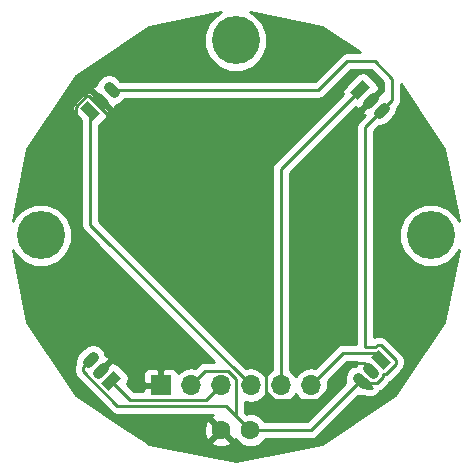
<source format=gbl>
G04 #@! TF.FileFunction,Copper,L2,Bot,Signal*
%FSLAX46Y46*%
G04 Gerber Fmt 4.6, Leading zero omitted, Abs format (unit mm)*
G04 Created by KiCad (PCBNEW 4.0.6-e0-6349~53~ubuntu14.04.1) date Wed May 31 16:50:28 2017*
%MOMM*%
%LPD*%
G01*
G04 APERTURE LIST*
%ADD10C,0.100000*%
%ADD11C,0.900000*%
%ADD12C,1.600000*%
%ADD13C,4.064000*%
%ADD14R,1.700000X1.700000*%
%ADD15O,1.700000X1.700000*%
%ADD16C,0.254000*%
G04 APERTURE END LIST*
D10*
D11*
X66252132Y-81492132D02*
X65827868Y-81067868D01*
X67150157Y-80594107D02*
X66725893Y-80169843D01*
D10*
G36*
X64929842Y-81329498D02*
X65990502Y-82390158D01*
X65354106Y-83026554D01*
X64293446Y-81965894D01*
X64929842Y-81329498D01*
X64929842Y-81329498D01*
G37*
D11*
X66252132Y-103927868D02*
X65827868Y-104352132D01*
X65354107Y-103029843D02*
X64929843Y-103454107D01*
D10*
G36*
X66089498Y-105250158D02*
X67150158Y-104189498D01*
X67786554Y-104825894D01*
X66725894Y-105886554D01*
X66089498Y-105250158D01*
X66089498Y-105250158D01*
G37*
D12*
X76200000Y-109220000D03*
X78700000Y-109220000D03*
D11*
X88687868Y-103927868D02*
X89112132Y-104352132D01*
X87789843Y-104825893D02*
X88214107Y-105250157D01*
D10*
G36*
X90010158Y-104090502D02*
X88949498Y-103029842D01*
X89585894Y-102393446D01*
X90646554Y-103454106D01*
X90010158Y-104090502D01*
X90010158Y-104090502D01*
G37*
D11*
X88687868Y-81492132D02*
X89112132Y-81067868D01*
X89585893Y-82390157D02*
X90010157Y-81965893D01*
D10*
G36*
X88850502Y-80169842D02*
X87789842Y-81230502D01*
X87153446Y-80594106D01*
X88214106Y-79533446D01*
X88850502Y-80169842D01*
X88850502Y-80169842D01*
G37*
D13*
X60960000Y-92710000D03*
X93980000Y-92710000D03*
X77470000Y-76200000D03*
D14*
X71120000Y-105410000D03*
D15*
X73660000Y-105410000D03*
X76200000Y-105410000D03*
X78740000Y-105410000D03*
X81280000Y-105410000D03*
X83820000Y-105410000D03*
D16*
X87512922Y-103538960D02*
X88298960Y-103538960D01*
X84410881Y-106641001D02*
X87512922Y-103538960D01*
X88298960Y-103538960D02*
X88900000Y-104140000D01*
X71120000Y-105410000D02*
X71120000Y-104306000D01*
X65087664Y-80948488D02*
X80048999Y-95909823D01*
X71120000Y-104306000D02*
X63912436Y-97098436D01*
X63912436Y-97098436D02*
X63912436Y-81808072D01*
X63912436Y-81808072D02*
X64772020Y-80948488D01*
X64772020Y-80948488D02*
X65087664Y-80948488D01*
X80048999Y-95909823D02*
X80048999Y-106000881D01*
X80048999Y-106000881D02*
X80689119Y-106641001D01*
X80689119Y-106641001D02*
X84410881Y-106641001D01*
X88766202Y-105181430D02*
X88428476Y-104843704D01*
X89798025Y-82178025D02*
X88428476Y-83547574D01*
X88428476Y-83547574D02*
X88428476Y-102132924D01*
X91027564Y-103611928D02*
X90167980Y-104471512D01*
X89428072Y-102012436D02*
X89743716Y-102012436D01*
X88428476Y-102132924D02*
X89307584Y-102132924D01*
X89743716Y-102012436D02*
X91027564Y-103296284D01*
X89307584Y-102132924D02*
X89428072Y-102012436D01*
X91027564Y-103296284D02*
X91027564Y-103611928D01*
X90167980Y-104471512D02*
X89941430Y-104471512D01*
X89941430Y-104471512D02*
X89941430Y-104698062D01*
X88428476Y-105067114D02*
X89000427Y-105639065D01*
X89941430Y-104698062D02*
X89458062Y-105181430D01*
X89458062Y-105181430D02*
X88766202Y-105181430D01*
X88428476Y-104843704D02*
X88428476Y-105067114D01*
X89000427Y-105639065D02*
X88603015Y-105639065D01*
X88603015Y-105639065D02*
X88001975Y-105038025D01*
X66938025Y-80381975D02*
X84461195Y-80381975D01*
X84461195Y-80381975D02*
X86880982Y-77962188D01*
X86880982Y-77962188D02*
X89235865Y-77962188D01*
X89235865Y-77962188D02*
X90716076Y-79442399D01*
X90716076Y-79442399D02*
X90716076Y-81259974D01*
X90716076Y-81259974D02*
X89798025Y-82178025D01*
X78700000Y-109220000D02*
X76629011Y-107149011D01*
X76629011Y-107149011D02*
X67449519Y-107149011D01*
X67449519Y-107149011D02*
X64540935Y-104240427D01*
X64540935Y-104240427D02*
X64540935Y-103843015D01*
X64540935Y-103843015D02*
X65141975Y-103241975D01*
X78700000Y-109220000D02*
X83820000Y-109220000D01*
X83820000Y-109220000D02*
X88001975Y-105038025D01*
X77900001Y-108420001D02*
X78700000Y-109220000D01*
X73660000Y-105410000D02*
X74891001Y-104178999D01*
X74891001Y-104178999D02*
X76790565Y-104178999D01*
X76790565Y-104178999D02*
X77508999Y-104897433D01*
X77508999Y-104897433D02*
X77508999Y-108028999D01*
X77508999Y-108028999D02*
X77900001Y-108420001D01*
X75350001Y-106259999D02*
X76200000Y-105410000D01*
X74968999Y-106641001D02*
X75350001Y-106259999D01*
X66938026Y-105038026D02*
X68541001Y-106641001D01*
X68541001Y-106641001D02*
X74968999Y-106641001D01*
X65141974Y-82178026D02*
X65141974Y-91811974D01*
X65141974Y-91811974D02*
X78740000Y-105410000D01*
X81280000Y-87103948D02*
X81280000Y-105410000D01*
X88001974Y-80381974D02*
X81280000Y-87103948D01*
X88001974Y-80381974D02*
X88145378Y-80238570D01*
X84669999Y-104560001D02*
X83820000Y-105410000D01*
X86589066Y-102640934D02*
X84669999Y-104560001D01*
X89798026Y-103241974D02*
X89196986Y-102640934D01*
X89196986Y-102640934D02*
X86589066Y-102640934D01*
G36*
X84789982Y-75038001D02*
X88025924Y-77200188D01*
X86880982Y-77200188D01*
X86589378Y-77258191D01*
X86342167Y-77423372D01*
X84145565Y-79619975D01*
X67710447Y-79619975D01*
X67473917Y-79383445D01*
X67121917Y-79148247D01*
X66706706Y-79065656D01*
X66291495Y-79148247D01*
X65939495Y-79383445D01*
X65704297Y-79735445D01*
X65651724Y-79999744D01*
X65297250Y-80121470D01*
X65268899Y-80329294D01*
X66040000Y-81100395D01*
X66054143Y-81086253D01*
X66233748Y-81265858D01*
X66219605Y-81280000D01*
X66990706Y-82051101D01*
X67198530Y-82022750D01*
X67320256Y-81668276D01*
X67584555Y-81615703D01*
X67936555Y-81380505D01*
X68094599Y-81143975D01*
X84461195Y-81143975D01*
X84752800Y-81085971D01*
X85000010Y-80920790D01*
X85000011Y-80920789D01*
X87196613Y-78724188D01*
X88920235Y-78724188D01*
X89954076Y-79758030D01*
X89954076Y-80523001D01*
X89850706Y-80508899D01*
X89079605Y-81280000D01*
X89093748Y-81294143D01*
X88914143Y-81473748D01*
X88900000Y-81459605D01*
X88128899Y-82230706D01*
X88157250Y-82438530D01*
X88382529Y-82515891D01*
X87889661Y-83008759D01*
X87724480Y-83255969D01*
X87666476Y-83547574D01*
X87666476Y-101878934D01*
X86589066Y-101878934D01*
X86297462Y-101936937D01*
X86050251Y-102102118D01*
X84184049Y-103968321D01*
X83820000Y-103895907D01*
X83251715Y-104008946D01*
X82769946Y-104330853D01*
X82550000Y-104660026D01*
X82330054Y-104330853D01*
X82042000Y-104138382D01*
X82042000Y-87419578D01*
X87618851Y-81842728D01*
X87684544Y-81856978D01*
X87741470Y-82022750D01*
X87949294Y-82051101D01*
X88720395Y-81280000D01*
X88706253Y-81265858D01*
X88885858Y-81086253D01*
X88900000Y-81100395D01*
X89671101Y-80329294D01*
X89642750Y-80121470D01*
X89476343Y-80064326D01*
X89450356Y-79926215D01*
X89308311Y-79712033D01*
X88671915Y-79075637D01*
X88474212Y-78940552D01*
X88223050Y-78886068D01*
X87970479Y-78933592D01*
X87756297Y-79075637D01*
X86695637Y-80136297D01*
X86560552Y-80334000D01*
X86506068Y-80585162D01*
X86540130Y-80766187D01*
X80741185Y-86565133D01*
X80576004Y-86812343D01*
X80518000Y-87103948D01*
X80518000Y-104138382D01*
X80229946Y-104330853D01*
X80010000Y-104660026D01*
X79790054Y-104330853D01*
X79308285Y-104008946D01*
X78740000Y-103895907D01*
X78375952Y-103968321D01*
X65903974Y-91496344D01*
X65903974Y-83392304D01*
X66448311Y-82847967D01*
X66583396Y-82650264D01*
X66616978Y-82495456D01*
X66782750Y-82438530D01*
X66811101Y-82230706D01*
X66040000Y-81459605D01*
X66025858Y-81473748D01*
X65846253Y-81294143D01*
X65860395Y-81280000D01*
X65089294Y-80508899D01*
X64881470Y-80537250D01*
X64824326Y-80703657D01*
X64686215Y-80729644D01*
X64472033Y-80871689D01*
X63835637Y-81508085D01*
X63700552Y-81705788D01*
X63646068Y-81956950D01*
X63693592Y-82209521D01*
X63835637Y-82423703D01*
X64379974Y-82968040D01*
X64379974Y-91811974D01*
X64437978Y-92103579D01*
X64603159Y-92350789D01*
X75669368Y-103416999D01*
X74891001Y-103416999D01*
X74607988Y-103473294D01*
X74599396Y-103475003D01*
X74352185Y-103640184D01*
X74024048Y-103968321D01*
X73660000Y-103895907D01*
X73091715Y-104008946D01*
X72609946Y-104330853D01*
X72580597Y-104374777D01*
X72508327Y-104200302D01*
X72329699Y-104021673D01*
X72096310Y-103925000D01*
X71405750Y-103925000D01*
X71247000Y-104083750D01*
X71247000Y-105283000D01*
X71267000Y-105283000D01*
X71267000Y-105537000D01*
X71247000Y-105537000D01*
X71247000Y-105557000D01*
X70993000Y-105557000D01*
X70993000Y-105537000D01*
X69793750Y-105537000D01*
X69635000Y-105695750D01*
X69635000Y-105879001D01*
X68856631Y-105879001D01*
X68251251Y-105273621D01*
X68379448Y-105086000D01*
X68433932Y-104834838D01*
X68386408Y-104582267D01*
X68287873Y-104433691D01*
X69635000Y-104433691D01*
X69635000Y-105124250D01*
X69793750Y-105283000D01*
X70993000Y-105283000D01*
X70993000Y-104083750D01*
X70834250Y-103925000D01*
X70143690Y-103925000D01*
X69910301Y-104021673D01*
X69731673Y-104200302D01*
X69635000Y-104433691D01*
X68287873Y-104433691D01*
X68244363Y-104368085D01*
X67607967Y-103731689D01*
X67410264Y-103596604D01*
X67255456Y-103563022D01*
X67198530Y-103397250D01*
X66990706Y-103368899D01*
X66219605Y-104140000D01*
X66233748Y-104154143D01*
X66054143Y-104333748D01*
X66040000Y-104319605D01*
X66025858Y-104333748D01*
X65846253Y-104154143D01*
X65860395Y-104140000D01*
X65846253Y-104125858D01*
X66025858Y-103946253D01*
X66040000Y-103960395D01*
X66811101Y-103189294D01*
X66782750Y-102981470D01*
X66428276Y-102859744D01*
X66375703Y-102595445D01*
X66140505Y-102243445D01*
X65788505Y-102008247D01*
X65373294Y-101925656D01*
X64958083Y-102008247D01*
X64606083Y-102243445D01*
X64143445Y-102706083D01*
X63908247Y-103058083D01*
X63825656Y-103473294D01*
X63840218Y-103546502D01*
X63836939Y-103551410D01*
X63778935Y-103843015D01*
X63778935Y-104240427D01*
X63836939Y-104532032D01*
X63938078Y-104683396D01*
X64002120Y-104779242D01*
X66910704Y-107687826D01*
X67157914Y-107853007D01*
X67449519Y-107911011D01*
X75579078Y-107911011D01*
X75445995Y-107966136D01*
X75371861Y-108212255D01*
X76200000Y-109040395D01*
X76214142Y-109026252D01*
X76393748Y-109205858D01*
X76379605Y-109220000D01*
X77207745Y-110048139D01*
X77453864Y-109974005D01*
X77456196Y-109967517D01*
X77482757Y-110031800D01*
X77886077Y-110435824D01*
X78413309Y-110654750D01*
X78984187Y-110655248D01*
X79511800Y-110437243D01*
X79915824Y-110033923D01*
X79937384Y-109982000D01*
X83820000Y-109982000D01*
X84111605Y-109923996D01*
X84358815Y-109758815D01*
X87841266Y-106276364D01*
X88233294Y-106354344D01*
X88306502Y-106339782D01*
X88311410Y-106343061D01*
X88603015Y-106401065D01*
X89000427Y-106401065D01*
X89292032Y-106343061D01*
X89539242Y-106177880D01*
X89704423Y-105930670D01*
X89711929Y-105892932D01*
X89749667Y-105885426D01*
X89996877Y-105720245D01*
X90480246Y-105236877D01*
X90570990Y-105101070D01*
X90706795Y-105010327D01*
X91566379Y-104150744D01*
X91731560Y-103903533D01*
X91755975Y-103780789D01*
X91789564Y-103611928D01*
X91789564Y-103296284D01*
X91731560Y-103004679D01*
X91695272Y-102950370D01*
X91566379Y-102757468D01*
X90282531Y-101473621D01*
X90215643Y-101428928D01*
X90035321Y-101308440D01*
X89743716Y-101250436D01*
X89428072Y-101250436D01*
X89190476Y-101297697D01*
X89190476Y-83863204D01*
X89560559Y-83493121D01*
X89566706Y-83494344D01*
X89981917Y-83411753D01*
X90333917Y-83176555D01*
X90796555Y-82713917D01*
X91031753Y-82361917D01*
X91114344Y-81946706D01*
X91113121Y-81940559D01*
X91254891Y-81798789D01*
X91420072Y-81551579D01*
X91424067Y-81531495D01*
X91478076Y-81259974D01*
X91478076Y-79906569D01*
X95141999Y-85390018D01*
X96349565Y-91460862D01*
X96242291Y-91201239D01*
X95492707Y-90450345D01*
X94512827Y-90043464D01*
X93451828Y-90042538D01*
X92471239Y-90447709D01*
X91720345Y-91197293D01*
X91313464Y-92177173D01*
X91312538Y-93238172D01*
X91717709Y-94218761D01*
X92467293Y-94969655D01*
X93447173Y-95376536D01*
X94508172Y-95377462D01*
X95488761Y-94972291D01*
X96239655Y-94222707D01*
X96349994Y-93956980D01*
X95141999Y-100029982D01*
X90995563Y-106235563D01*
X84789982Y-110381999D01*
X77470000Y-111838034D01*
X70150018Y-110381999D01*
X69919161Y-110227745D01*
X75371861Y-110227745D01*
X75445995Y-110473864D01*
X75983223Y-110666965D01*
X76553454Y-110639778D01*
X76954005Y-110473864D01*
X77028139Y-110227745D01*
X76200000Y-109399605D01*
X75371861Y-110227745D01*
X69919161Y-110227745D01*
X68086534Y-109003223D01*
X74753035Y-109003223D01*
X74780222Y-109573454D01*
X74946136Y-109974005D01*
X75192255Y-110048139D01*
X76020395Y-109220000D01*
X75192255Y-108391861D01*
X74946136Y-108465995D01*
X74753035Y-109003223D01*
X68086534Y-109003223D01*
X63944437Y-106235563D01*
X59798001Y-100029982D01*
X58590435Y-93959138D01*
X58697709Y-94218761D01*
X59447293Y-94969655D01*
X60427173Y-95376536D01*
X61488172Y-95377462D01*
X62468761Y-94972291D01*
X63219655Y-94222707D01*
X63626536Y-93242827D01*
X63627462Y-92181828D01*
X63222291Y-91201239D01*
X62472707Y-90450345D01*
X61492827Y-90043464D01*
X60431828Y-90042538D01*
X59451239Y-90447709D01*
X58700345Y-91197293D01*
X58590006Y-91463020D01*
X59798001Y-85390018D01*
X63944437Y-79184437D01*
X70150018Y-75038001D01*
X76220862Y-73830435D01*
X75961239Y-73937709D01*
X75210345Y-74687293D01*
X74803464Y-75667173D01*
X74802538Y-76728172D01*
X75207709Y-77708761D01*
X75957293Y-78459655D01*
X76937173Y-78866536D01*
X77998172Y-78867462D01*
X78978761Y-78462291D01*
X79729655Y-77712707D01*
X80136536Y-76732827D01*
X80137462Y-75671828D01*
X79732291Y-74691239D01*
X78982707Y-73940345D01*
X78716980Y-73830006D01*
X84789982Y-75038001D01*
X84789982Y-75038001D01*
G37*
X84789982Y-75038001D02*
X88025924Y-77200188D01*
X86880982Y-77200188D01*
X86589378Y-77258191D01*
X86342167Y-77423372D01*
X84145565Y-79619975D01*
X67710447Y-79619975D01*
X67473917Y-79383445D01*
X67121917Y-79148247D01*
X66706706Y-79065656D01*
X66291495Y-79148247D01*
X65939495Y-79383445D01*
X65704297Y-79735445D01*
X65651724Y-79999744D01*
X65297250Y-80121470D01*
X65268899Y-80329294D01*
X66040000Y-81100395D01*
X66054143Y-81086253D01*
X66233748Y-81265858D01*
X66219605Y-81280000D01*
X66990706Y-82051101D01*
X67198530Y-82022750D01*
X67320256Y-81668276D01*
X67584555Y-81615703D01*
X67936555Y-81380505D01*
X68094599Y-81143975D01*
X84461195Y-81143975D01*
X84752800Y-81085971D01*
X85000010Y-80920790D01*
X85000011Y-80920789D01*
X87196613Y-78724188D01*
X88920235Y-78724188D01*
X89954076Y-79758030D01*
X89954076Y-80523001D01*
X89850706Y-80508899D01*
X89079605Y-81280000D01*
X89093748Y-81294143D01*
X88914143Y-81473748D01*
X88900000Y-81459605D01*
X88128899Y-82230706D01*
X88157250Y-82438530D01*
X88382529Y-82515891D01*
X87889661Y-83008759D01*
X87724480Y-83255969D01*
X87666476Y-83547574D01*
X87666476Y-101878934D01*
X86589066Y-101878934D01*
X86297462Y-101936937D01*
X86050251Y-102102118D01*
X84184049Y-103968321D01*
X83820000Y-103895907D01*
X83251715Y-104008946D01*
X82769946Y-104330853D01*
X82550000Y-104660026D01*
X82330054Y-104330853D01*
X82042000Y-104138382D01*
X82042000Y-87419578D01*
X87618851Y-81842728D01*
X87684544Y-81856978D01*
X87741470Y-82022750D01*
X87949294Y-82051101D01*
X88720395Y-81280000D01*
X88706253Y-81265858D01*
X88885858Y-81086253D01*
X88900000Y-81100395D01*
X89671101Y-80329294D01*
X89642750Y-80121470D01*
X89476343Y-80064326D01*
X89450356Y-79926215D01*
X89308311Y-79712033D01*
X88671915Y-79075637D01*
X88474212Y-78940552D01*
X88223050Y-78886068D01*
X87970479Y-78933592D01*
X87756297Y-79075637D01*
X86695637Y-80136297D01*
X86560552Y-80334000D01*
X86506068Y-80585162D01*
X86540130Y-80766187D01*
X80741185Y-86565133D01*
X80576004Y-86812343D01*
X80518000Y-87103948D01*
X80518000Y-104138382D01*
X80229946Y-104330853D01*
X80010000Y-104660026D01*
X79790054Y-104330853D01*
X79308285Y-104008946D01*
X78740000Y-103895907D01*
X78375952Y-103968321D01*
X65903974Y-91496344D01*
X65903974Y-83392304D01*
X66448311Y-82847967D01*
X66583396Y-82650264D01*
X66616978Y-82495456D01*
X66782750Y-82438530D01*
X66811101Y-82230706D01*
X66040000Y-81459605D01*
X66025858Y-81473748D01*
X65846253Y-81294143D01*
X65860395Y-81280000D01*
X65089294Y-80508899D01*
X64881470Y-80537250D01*
X64824326Y-80703657D01*
X64686215Y-80729644D01*
X64472033Y-80871689D01*
X63835637Y-81508085D01*
X63700552Y-81705788D01*
X63646068Y-81956950D01*
X63693592Y-82209521D01*
X63835637Y-82423703D01*
X64379974Y-82968040D01*
X64379974Y-91811974D01*
X64437978Y-92103579D01*
X64603159Y-92350789D01*
X75669368Y-103416999D01*
X74891001Y-103416999D01*
X74607988Y-103473294D01*
X74599396Y-103475003D01*
X74352185Y-103640184D01*
X74024048Y-103968321D01*
X73660000Y-103895907D01*
X73091715Y-104008946D01*
X72609946Y-104330853D01*
X72580597Y-104374777D01*
X72508327Y-104200302D01*
X72329699Y-104021673D01*
X72096310Y-103925000D01*
X71405750Y-103925000D01*
X71247000Y-104083750D01*
X71247000Y-105283000D01*
X71267000Y-105283000D01*
X71267000Y-105537000D01*
X71247000Y-105537000D01*
X71247000Y-105557000D01*
X70993000Y-105557000D01*
X70993000Y-105537000D01*
X69793750Y-105537000D01*
X69635000Y-105695750D01*
X69635000Y-105879001D01*
X68856631Y-105879001D01*
X68251251Y-105273621D01*
X68379448Y-105086000D01*
X68433932Y-104834838D01*
X68386408Y-104582267D01*
X68287873Y-104433691D01*
X69635000Y-104433691D01*
X69635000Y-105124250D01*
X69793750Y-105283000D01*
X70993000Y-105283000D01*
X70993000Y-104083750D01*
X70834250Y-103925000D01*
X70143690Y-103925000D01*
X69910301Y-104021673D01*
X69731673Y-104200302D01*
X69635000Y-104433691D01*
X68287873Y-104433691D01*
X68244363Y-104368085D01*
X67607967Y-103731689D01*
X67410264Y-103596604D01*
X67255456Y-103563022D01*
X67198530Y-103397250D01*
X66990706Y-103368899D01*
X66219605Y-104140000D01*
X66233748Y-104154143D01*
X66054143Y-104333748D01*
X66040000Y-104319605D01*
X66025858Y-104333748D01*
X65846253Y-104154143D01*
X65860395Y-104140000D01*
X65846253Y-104125858D01*
X66025858Y-103946253D01*
X66040000Y-103960395D01*
X66811101Y-103189294D01*
X66782750Y-102981470D01*
X66428276Y-102859744D01*
X66375703Y-102595445D01*
X66140505Y-102243445D01*
X65788505Y-102008247D01*
X65373294Y-101925656D01*
X64958083Y-102008247D01*
X64606083Y-102243445D01*
X64143445Y-102706083D01*
X63908247Y-103058083D01*
X63825656Y-103473294D01*
X63840218Y-103546502D01*
X63836939Y-103551410D01*
X63778935Y-103843015D01*
X63778935Y-104240427D01*
X63836939Y-104532032D01*
X63938078Y-104683396D01*
X64002120Y-104779242D01*
X66910704Y-107687826D01*
X67157914Y-107853007D01*
X67449519Y-107911011D01*
X75579078Y-107911011D01*
X75445995Y-107966136D01*
X75371861Y-108212255D01*
X76200000Y-109040395D01*
X76214142Y-109026252D01*
X76393748Y-109205858D01*
X76379605Y-109220000D01*
X77207745Y-110048139D01*
X77453864Y-109974005D01*
X77456196Y-109967517D01*
X77482757Y-110031800D01*
X77886077Y-110435824D01*
X78413309Y-110654750D01*
X78984187Y-110655248D01*
X79511800Y-110437243D01*
X79915824Y-110033923D01*
X79937384Y-109982000D01*
X83820000Y-109982000D01*
X84111605Y-109923996D01*
X84358815Y-109758815D01*
X87841266Y-106276364D01*
X88233294Y-106354344D01*
X88306502Y-106339782D01*
X88311410Y-106343061D01*
X88603015Y-106401065D01*
X89000427Y-106401065D01*
X89292032Y-106343061D01*
X89539242Y-106177880D01*
X89704423Y-105930670D01*
X89711929Y-105892932D01*
X89749667Y-105885426D01*
X89996877Y-105720245D01*
X90480246Y-105236877D01*
X90570990Y-105101070D01*
X90706795Y-105010327D01*
X91566379Y-104150744D01*
X91731560Y-103903533D01*
X91755975Y-103780789D01*
X91789564Y-103611928D01*
X91789564Y-103296284D01*
X91731560Y-103004679D01*
X91695272Y-102950370D01*
X91566379Y-102757468D01*
X90282531Y-101473621D01*
X90215643Y-101428928D01*
X90035321Y-101308440D01*
X89743716Y-101250436D01*
X89428072Y-101250436D01*
X89190476Y-101297697D01*
X89190476Y-83863204D01*
X89560559Y-83493121D01*
X89566706Y-83494344D01*
X89981917Y-83411753D01*
X90333917Y-83176555D01*
X90796555Y-82713917D01*
X91031753Y-82361917D01*
X91114344Y-81946706D01*
X91113121Y-81940559D01*
X91254891Y-81798789D01*
X91420072Y-81551579D01*
X91424067Y-81531495D01*
X91478076Y-81259974D01*
X91478076Y-79906569D01*
X95141999Y-85390018D01*
X96349565Y-91460862D01*
X96242291Y-91201239D01*
X95492707Y-90450345D01*
X94512827Y-90043464D01*
X93451828Y-90042538D01*
X92471239Y-90447709D01*
X91720345Y-91197293D01*
X91313464Y-92177173D01*
X91312538Y-93238172D01*
X91717709Y-94218761D01*
X92467293Y-94969655D01*
X93447173Y-95376536D01*
X94508172Y-95377462D01*
X95488761Y-94972291D01*
X96239655Y-94222707D01*
X96349994Y-93956980D01*
X95141999Y-100029982D01*
X90995563Y-106235563D01*
X84789982Y-110381999D01*
X77470000Y-111838034D01*
X70150018Y-110381999D01*
X69919161Y-110227745D01*
X75371861Y-110227745D01*
X75445995Y-110473864D01*
X75983223Y-110666965D01*
X76553454Y-110639778D01*
X76954005Y-110473864D01*
X77028139Y-110227745D01*
X76200000Y-109399605D01*
X75371861Y-110227745D01*
X69919161Y-110227745D01*
X68086534Y-109003223D01*
X74753035Y-109003223D01*
X74780222Y-109573454D01*
X74946136Y-109974005D01*
X75192255Y-110048139D01*
X76020395Y-109220000D01*
X75192255Y-108391861D01*
X74946136Y-108465995D01*
X74753035Y-109003223D01*
X68086534Y-109003223D01*
X63944437Y-106235563D01*
X59798001Y-100029982D01*
X58590435Y-93959138D01*
X58697709Y-94218761D01*
X59447293Y-94969655D01*
X60427173Y-95376536D01*
X61488172Y-95377462D01*
X62468761Y-94972291D01*
X63219655Y-94222707D01*
X63626536Y-93242827D01*
X63627462Y-92181828D01*
X63222291Y-91201239D01*
X62472707Y-90450345D01*
X61492827Y-90043464D01*
X60431828Y-90042538D01*
X59451239Y-90447709D01*
X58700345Y-91197293D01*
X58590006Y-91463020D01*
X59798001Y-85390018D01*
X63944437Y-79184437D01*
X70150018Y-75038001D01*
X76220862Y-73830435D01*
X75961239Y-73937709D01*
X75210345Y-74687293D01*
X74803464Y-75667173D01*
X74802538Y-76728172D01*
X75207709Y-77708761D01*
X75957293Y-78459655D01*
X76937173Y-78866536D01*
X77998172Y-78867462D01*
X78978761Y-78462291D01*
X79729655Y-77712707D01*
X80136536Y-76732827D01*
X80137462Y-75671828D01*
X79732291Y-74691239D01*
X78982707Y-73940345D01*
X78716980Y-73830006D01*
X84789982Y-75038001D01*
G36*
X87619744Y-103751724D02*
X87355445Y-103804297D01*
X87003445Y-104039495D01*
X86768247Y-104391495D01*
X86685656Y-104806706D01*
X86763636Y-105198734D01*
X83504370Y-108458000D01*
X79937820Y-108458000D01*
X79917243Y-108408200D01*
X79513923Y-108004176D01*
X78986691Y-107785250D01*
X78415813Y-107784752D01*
X78363852Y-107806222D01*
X78270999Y-107713368D01*
X78270999Y-106830803D01*
X78740000Y-106924093D01*
X79308285Y-106811054D01*
X79790054Y-106489147D01*
X80010000Y-106159974D01*
X80229946Y-106489147D01*
X80711715Y-106811054D01*
X81280000Y-106924093D01*
X81848285Y-106811054D01*
X82330054Y-106489147D01*
X82550000Y-106159974D01*
X82769946Y-106489147D01*
X83251715Y-106811054D01*
X83820000Y-106924093D01*
X84388285Y-106811054D01*
X84870054Y-106489147D01*
X85191961Y-106007378D01*
X85305000Y-105439093D01*
X85305000Y-105380907D01*
X85242240Y-105065390D01*
X86904697Y-103402934D01*
X87739518Y-103402934D01*
X87619744Y-103751724D01*
X87619744Y-103751724D01*
G37*
X87619744Y-103751724D02*
X87355445Y-103804297D01*
X87003445Y-104039495D01*
X86768247Y-104391495D01*
X86685656Y-104806706D01*
X86763636Y-105198734D01*
X83504370Y-108458000D01*
X79937820Y-108458000D01*
X79917243Y-108408200D01*
X79513923Y-108004176D01*
X78986691Y-107785250D01*
X78415813Y-107784752D01*
X78363852Y-107806222D01*
X78270999Y-107713368D01*
X78270999Y-106830803D01*
X78740000Y-106924093D01*
X79308285Y-106811054D01*
X79790054Y-106489147D01*
X80010000Y-106159974D01*
X80229946Y-106489147D01*
X80711715Y-106811054D01*
X81280000Y-106924093D01*
X81848285Y-106811054D01*
X82330054Y-106489147D01*
X82550000Y-106159974D01*
X82769946Y-106489147D01*
X83251715Y-106811054D01*
X83820000Y-106924093D01*
X84388285Y-106811054D01*
X84870054Y-106489147D01*
X85191961Y-106007378D01*
X85305000Y-105439093D01*
X85305000Y-105380907D01*
X85242240Y-105065390D01*
X86904697Y-103402934D01*
X87739518Y-103402934D01*
X87619744Y-103751724D01*
G36*
X89093748Y-104125858D02*
X89079605Y-104140000D01*
X89093748Y-104154143D01*
X88952730Y-104295160D01*
X88924096Y-104276027D01*
X88720147Y-104139752D01*
X88706253Y-104125858D01*
X88885858Y-103946253D01*
X88900000Y-103960395D01*
X88914143Y-103946253D01*
X89093748Y-104125858D01*
X89093748Y-104125858D01*
G37*
X89093748Y-104125858D02*
X89079605Y-104140000D01*
X89093748Y-104154143D01*
X88952730Y-104295160D01*
X88924096Y-104276027D01*
X88720147Y-104139752D01*
X88706253Y-104125858D01*
X88885858Y-103946253D01*
X88900000Y-103960395D01*
X88914143Y-103946253D01*
X89093748Y-104125858D01*
M02*

</source>
